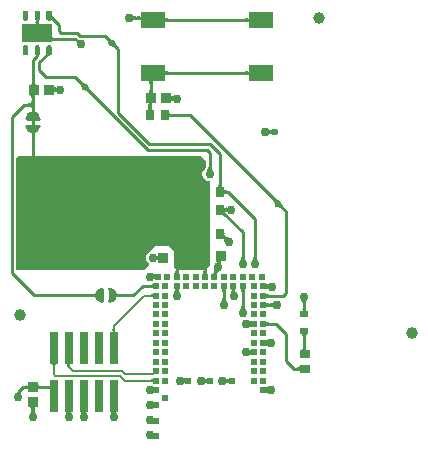
<source format=gtl>
G04*
G04 #@! TF.GenerationSoftware,Altium Limited,Altium Designer,21.3.1 (25)*
G04*
G04 Layer_Physical_Order=1*
G04 Layer_Color=255*
%FSLAX25Y25*%
%MOIN*%
G70*
G04*
G04 #@! TF.SameCoordinates,9192AE54-2D66-49C7-9B86-A226D0D4A20B*
G04*
G04*
G04 #@! TF.FilePolarity,Positive*
G04*
G01*
G75*
%ADD15R,0.02756X0.03347*%
%ADD16R,0.03347X0.03543*%
%ADD17R,0.03543X0.03347*%
%ADD18R,0.08300X0.05500*%
G04:AMPARAMS|DCode=19|XSize=10mil|YSize=10mil|CornerRadius=1.25mil|HoleSize=0mil|Usage=FLASHONLY|Rotation=180.000|XOffset=0mil|YOffset=0mil|HoleType=Round|Shape=RoundedRectangle|*
%AMROUNDEDRECTD19*
21,1,0.01000,0.00750,0,0,180.0*
21,1,0.00750,0.01000,0,0,180.0*
1,1,0.00250,-0.00375,0.00375*
1,1,0.00250,0.00375,0.00375*
1,1,0.00250,0.00375,-0.00375*
1,1,0.00250,-0.00375,-0.00375*
%
%ADD19ROUNDEDRECTD19*%
G04:AMPARAMS|DCode=20|XSize=10mil|YSize=10mil|CornerRadius=1.25mil|HoleSize=0mil|Usage=FLASHONLY|Rotation=90.000|XOffset=0mil|YOffset=0mil|HoleType=Round|Shape=RoundedRectangle|*
%AMROUNDEDRECTD20*
21,1,0.01000,0.00750,0,0,90.0*
21,1,0.00750,0.01000,0,0,90.0*
1,1,0.00250,0.00375,0.00375*
1,1,0.00250,0.00375,-0.00375*
1,1,0.00250,-0.00375,-0.00375*
1,1,0.00250,-0.00375,0.00375*
%
%ADD20ROUNDEDRECTD20*%
%ADD21R,0.02913X0.10984*%
%ADD22C,0.01595*%
%ADD23R,0.09843X0.06299*%
%ADD24R,0.03150X0.02362*%
G04:AMPARAMS|DCode=25|XSize=19.68mil|YSize=19.68mil|CornerRadius=0mil|HoleSize=0mil|Usage=FLASHONLY|Rotation=270.000|XOffset=0mil|YOffset=0mil|HoleType=Round|Shape=RoundedRectangle|*
%AMROUNDEDRECTD25*
21,1,0.01968,0.01968,0,0,270.0*
21,1,0.01968,0.01968,0,0,270.0*
1,1,0.00000,-0.00984,-0.00984*
1,1,0.00000,-0.00984,0.00984*
1,1,0.00000,0.00984,0.00984*
1,1,0.00000,0.00984,-0.00984*
%
%ADD25ROUNDEDRECTD25*%
G04:AMPARAMS|DCode=26|XSize=19.68mil|YSize=19.68mil|CornerRadius=0mil|HoleSize=0mil|Usage=FLASHONLY|Rotation=0.000|XOffset=0mil|YOffset=0mil|HoleType=Round|Shape=RoundedRectangle|*
%AMROUNDEDRECTD26*
21,1,0.01968,0.01968,0,0,0.0*
21,1,0.01968,0.01968,0,0,0.0*
1,1,0.00000,0.00984,-0.00984*
1,1,0.00000,-0.00984,-0.00984*
1,1,0.00000,-0.00984,0.00984*
1,1,0.00000,0.00984,0.00984*
%
%ADD26ROUNDEDRECTD26*%
%ADD27R,0.01968X0.01968*%
%ADD28R,0.02985X0.03197*%
%ADD29R,0.03347X0.02756*%
%ADD42C,0.01000*%
%ADD43C,0.00800*%
%ADD44C,0.02362*%
%ADD45C,0.03937*%
%ADD46C,0.03000*%
G36*
X122323Y136773D02*
X123178Y135939D01*
X122441Y135262D01*
X122314Y135385D01*
X122210Y135473D01*
X122188Y135420D01*
X121939Y135170D01*
X121613Y135036D01*
X121261D01*
X120935Y135170D01*
X120686Y135420D01*
X120551Y135745D01*
Y135921D01*
Y138382D01*
X122323D01*
Y136773D01*
D02*
G37*
G36*
X114449Y135921D02*
Y135745D01*
X114314Y135420D01*
X114065Y135170D01*
X113739Y135036D01*
X113387D01*
X113061Y135170D01*
X112812Y135420D01*
X112677Y135745D01*
Y135921D01*
X112677Y135921D01*
X112677Y138382D01*
X114449D01*
Y135921D01*
D02*
G37*
G36*
X151924Y135000D02*
X151914Y135095D01*
X151883Y135180D01*
X151833Y135255D01*
X151762Y135320D01*
X151671Y135375D01*
X151560Y135420D01*
X151428Y135455D01*
X151276Y135480D01*
X151104Y135495D01*
X150912Y135500D01*
Y136500D01*
X151104Y136505D01*
X151276Y136520D01*
X151428Y136545D01*
X151560Y136580D01*
X151671Y136625D01*
X151762Y136680D01*
X151833Y136745D01*
X151883Y136820D01*
X151914Y136905D01*
X151924Y137000D01*
Y135000D01*
D02*
G37*
G36*
X149181Y136945D02*
X149293Y136852D01*
X149409Y136769D01*
X149529Y136698D01*
X149652Y136637D01*
X149777Y136588D01*
X149907Y136549D01*
X150039Y136522D01*
X150175Y136505D01*
X150314Y136500D01*
Y135500D01*
X150175Y135494D01*
X150039Y135478D01*
X149907Y135450D01*
X149777Y135412D01*
X149652Y135363D01*
X149529Y135302D01*
X149409Y135231D01*
X149293Y135148D01*
X149181Y135055D01*
X149071Y134950D01*
Y137050D01*
X149181Y136945D01*
D02*
G37*
G36*
X187824Y134350D02*
X187814Y134445D01*
X187784Y134530D01*
X187733Y134605D01*
X187662Y134670D01*
X187571Y134725D01*
X187460Y134770D01*
X187328Y134805D01*
X187176Y134830D01*
X187004Y134845D01*
X186812Y134850D01*
Y135850D01*
X187004Y135855D01*
X187176Y135870D01*
X187328Y135895D01*
X187460Y135930D01*
X187571Y135975D01*
X187662Y136030D01*
X187733Y136095D01*
X187784Y136170D01*
X187814Y136255D01*
X187824Y136350D01*
Y134350D01*
D02*
G37*
G36*
X160198Y136255D02*
X160228Y136170D01*
X160278Y136095D01*
X160348Y136030D01*
X160438Y135975D01*
X160548Y135930D01*
X160678Y135895D01*
X160828Y135870D01*
X160998Y135855D01*
X161188Y135850D01*
Y134850D01*
X160998Y134845D01*
X160828Y134830D01*
X160678Y134805D01*
X160548Y134770D01*
X160438Y134725D01*
X160348Y134670D01*
X160278Y134605D01*
X160228Y134530D01*
X160198Y134445D01*
X160188Y134350D01*
Y136350D01*
X160198Y136255D01*
D02*
G37*
G36*
X118386Y135921D02*
Y135745D01*
X118251Y135420D01*
X118002Y135170D01*
X117923Y135138D01*
X118000D01*
X118005Y134945D01*
X118020Y134773D01*
X118045Y134622D01*
X118080Y134490D01*
X118125Y134379D01*
X118180Y134288D01*
X118245Y134217D01*
X118320Y134166D01*
X118405Y134136D01*
X118500Y134126D01*
X116500D01*
X116595Y134136D01*
X116680Y134166D01*
X116755Y134217D01*
X116820Y134288D01*
X116875Y134379D01*
X116920Y134490D01*
X116955Y134622D01*
X116980Y134773D01*
X116995Y134945D01*
X117000Y135138D01*
X117077D01*
X116998Y135170D01*
X116749Y135420D01*
X116614Y135745D01*
Y135921D01*
X116614D01*
Y138382D01*
X118386D01*
X118386Y135921D01*
D02*
G37*
G36*
X122407Y129802D02*
X122438Y129717D01*
X122488Y129642D01*
X122559Y129577D01*
X122650Y129522D01*
X122762Y129477D01*
X122893Y129442D01*
X123045Y129417D01*
X123217Y129402D01*
X123409Y129397D01*
Y128397D01*
X123217Y128392D01*
X123045Y128377D01*
X122893Y128352D01*
X122762Y128317D01*
X122650Y128272D01*
X122559Y128217D01*
X122488Y128152D01*
X122438Y128077D01*
X122407Y127992D01*
X122397Y127897D01*
Y129897D01*
X122407Y129802D01*
D02*
G37*
G36*
X141477Y129236D02*
X141593Y129137D01*
X141710Y129046D01*
X141831Y128965D01*
X141953Y128892D01*
X142077Y128829D01*
X142203Y128774D01*
X142331Y128728D01*
X142462Y128691D01*
X142594Y128663D01*
X142439Y127550D01*
X141215Y127380D01*
X141194Y127533D01*
X141165Y127681D01*
X141126Y127824D01*
X141079Y127963D01*
X141022Y128096D01*
X140957Y128225D01*
X140882Y128348D01*
X140798Y128466D01*
X140706Y128580D01*
X140604Y128689D01*
X141363Y129344D01*
X141477Y129236D01*
D02*
G37*
G36*
X143581Y127572D02*
X143618Y127441D01*
X143664Y127313D01*
X143718Y127187D01*
X143782Y127063D01*
X143854Y126941D01*
X143936Y126821D01*
X144026Y126703D01*
X144126Y126587D01*
X144234Y126473D01*
X143579Y125714D01*
X143470Y125816D01*
X143356Y125909D01*
X143238Y125992D01*
X143114Y126067D01*
X142986Y126133D01*
X142852Y126189D01*
X142714Y126237D01*
X142571Y126275D01*
X142422Y126305D01*
X142269Y126325D01*
X142439Y127550D01*
X143553Y127704D01*
X143581Y127572D01*
D02*
G37*
G36*
X121939Y126830D02*
X122188Y126580D01*
X122323Y126255D01*
Y126079D01*
X122323D01*
Y123618D01*
X120551Y123618D01*
Y126079D01*
Y126255D01*
X120686Y126580D01*
X120935Y126830D01*
X121261Y126964D01*
X121613D01*
X121939Y126830D01*
D02*
G37*
G36*
X114065D02*
X114314Y126580D01*
X114449Y126255D01*
Y126079D01*
Y123618D01*
X112677Y123618D01*
X112677Y126079D01*
Y126255D01*
X112812Y126580D01*
X113061Y126830D01*
X113387Y126964D01*
X113739D01*
X114065Y126830D01*
D02*
G37*
G36*
X118002D02*
X118251Y126580D01*
X118386Y126255D01*
Y126079D01*
Y123618D01*
X118000D01*
X118000Y123581D01*
X117000D01*
X117000Y123618D01*
X116614D01*
Y126079D01*
Y126255D01*
X116749Y126580D01*
X116998Y126830D01*
X117324Y126964D01*
X117676D01*
X118002Y126830D01*
D02*
G37*
G36*
X187824Y116650D02*
X187814Y116745D01*
X187784Y116830D01*
X187733Y116905D01*
X187662Y116970D01*
X187571Y117025D01*
X187460Y117070D01*
X187328Y117105D01*
X187176Y117130D01*
X187004Y117145D01*
X186812Y117150D01*
Y118150D01*
X187004Y118155D01*
X187176Y118170D01*
X187328Y118195D01*
X187460Y118230D01*
X187571Y118275D01*
X187662Y118330D01*
X187733Y118395D01*
X187784Y118470D01*
X187814Y118555D01*
X187824Y118650D01*
Y116650D01*
D02*
G37*
G36*
X160198Y118555D02*
X160228Y118470D01*
X160278Y118395D01*
X160348Y118330D01*
X160438Y118275D01*
X160548Y118230D01*
X160678Y118195D01*
X160828Y118170D01*
X160998Y118155D01*
X161188Y118150D01*
Y117150D01*
X160998Y117145D01*
X160828Y117130D01*
X160678Y117105D01*
X160548Y117070D01*
X160438Y117025D01*
X160348Y116970D01*
X160278Y116905D01*
X160228Y116830D01*
X160198Y116745D01*
X160188Y116650D01*
Y118650D01*
X160198Y118555D01*
D02*
G37*
G36*
X156273Y114914D02*
X156188Y114883D01*
X156113Y114833D01*
X156048Y114762D01*
X155993Y114671D01*
X155948Y114560D01*
X155913Y114428D01*
X155888Y114276D01*
X155873Y114104D01*
X155868Y113912D01*
X154868D01*
X154863Y114104D01*
X154848Y114276D01*
X154823Y114428D01*
X154788Y114560D01*
X154743Y114671D01*
X154688Y114762D01*
X154623Y114833D01*
X154548Y114883D01*
X154463Y114914D01*
X154368Y114924D01*
X156368D01*
X156273Y114914D01*
D02*
G37*
G36*
X116705Y114567D02*
X116720Y114395D01*
X116745Y114243D01*
X116780Y114112D01*
X116825Y114001D01*
X116880Y113910D01*
X116945Y113839D01*
X117020Y113788D01*
X117105Y113758D01*
X117200Y113748D01*
X115200D01*
X115295Y113758D01*
X115380Y113788D01*
X115455Y113839D01*
X115520Y113910D01*
X115575Y114001D01*
X115620Y114112D01*
X115655Y114243D01*
X115680Y114395D01*
X115695Y114567D01*
X115700Y114760D01*
X116700D01*
X116705Y114567D01*
D02*
G37*
G36*
X132318Y114687D02*
X132432Y114594D01*
X132550Y114510D01*
X132674Y114435D01*
X132802Y114369D01*
X132935Y114312D01*
X133072Y114264D01*
X133215Y114225D01*
X133362Y114195D01*
X133515Y114174D01*
X132226Y112800D01*
X132198Y112934D01*
X132162Y113065D01*
X132116Y113194D01*
X132062Y113321D01*
X131999Y113446D01*
X131926Y113568D01*
X131845Y113689D01*
X131755Y113807D01*
X131656Y113922D01*
X131548Y114036D01*
X132209Y114789D01*
X132318Y114687D01*
D02*
G37*
G36*
X123929Y112514D02*
X124028Y112505D01*
X124220Y112500D01*
Y111500D01*
X124028Y111495D01*
X123929Y111486D01*
Y110950D01*
X123819Y111055D01*
X123706Y111148D01*
X123591Y111231D01*
X123471Y111302D01*
X123399Y111337D01*
X123370Y111320D01*
X123299Y111255D01*
X123249Y111180D01*
X123218Y111095D01*
X123208Y111000D01*
Y111416D01*
X123093Y111451D01*
X122961Y111478D01*
X122825Y111495D01*
X122686Y111500D01*
Y112500D01*
X122825Y112505D01*
X122961Y112522D01*
X123093Y112549D01*
X123208Y112584D01*
Y113000D01*
X123218Y112905D01*
X123249Y112820D01*
X123299Y112745D01*
X123370Y112680D01*
X123399Y112662D01*
X123471Y112698D01*
X123591Y112769D01*
X123706Y112852D01*
X123819Y112945D01*
X123929Y113050D01*
Y112514D01*
D02*
G37*
G36*
X134585Y112973D02*
X134615Y112825D01*
X134654Y112683D01*
X134702Y112545D01*
X134759Y112412D01*
X134825Y112284D01*
X134900Y112161D01*
X134984Y112042D01*
X135077Y111928D01*
X135179Y111819D01*
X134426Y111159D01*
X134312Y111266D01*
X134196Y111365D01*
X134078Y111455D01*
X133958Y111537D01*
X133836Y111609D01*
X133711Y111672D01*
X133584Y111726D01*
X133455Y111772D01*
X133324Y111808D01*
X133190Y111836D01*
X134564Y113125D01*
X134585Y112973D01*
D02*
G37*
G36*
X155873Y111707D02*
X155888Y111535D01*
X155913Y111383D01*
X155948Y111252D01*
X155993Y111141D01*
X156048Y111050D01*
X156113Y110979D01*
X156188Y110928D01*
X156273Y110898D01*
X156368Y110888D01*
X154368D01*
X154463Y110898D01*
X154548Y110928D01*
X154623Y110979D01*
X154688Y111050D01*
X154743Y111141D01*
X154788Y111252D01*
X154823Y111383D01*
X154848Y111535D01*
X154863Y111707D01*
X154868Y111900D01*
X155868D01*
X155873Y111707D01*
D02*
G37*
G36*
X162985Y109644D02*
X163148Y109640D01*
Y108640D01*
X162955Y108635D01*
X162889Y108629D01*
X162836Y108055D01*
X162738Y108166D01*
X162636Y108265D01*
X162529Y108353D01*
X162417Y108429D01*
X162328Y108478D01*
X162298Y108460D01*
X162227Y108395D01*
X162176Y108320D01*
X162146Y108235D01*
X162136Y108140D01*
Y108560D01*
X162052Y108587D01*
X161921Y108617D01*
X161785Y108634D01*
X161644Y108640D01*
X161743Y109640D01*
X161881Y109645D01*
X162016Y109660D01*
X162136Y109683D01*
Y110140D01*
X162146Y110045D01*
X162176Y109960D01*
X162227Y109885D01*
X162298Y109820D01*
X162389Y109765D01*
X162397Y109762D01*
X162411Y109766D01*
X162539Y109822D01*
X162664Y109888D01*
X162789Y109963D01*
X162911Y110049D01*
X163031Y110145D01*
X162985Y109644D01*
D02*
G37*
G36*
X116905Y110242D02*
X116820Y110212D01*
X116745Y110161D01*
X116680Y110090D01*
X116625Y109999D01*
X116580Y109888D01*
X116545Y109757D01*
X116520Y109605D01*
X116505Y109433D01*
X116500Y109240D01*
X115500D01*
X115495Y109433D01*
X115480Y109605D01*
X115455Y109757D01*
X115420Y109888D01*
X115375Y109999D01*
X115320Y110090D01*
X115255Y110161D01*
X115180Y110212D01*
X115095Y110242D01*
X115000Y110252D01*
X117000D01*
X116905Y110242D01*
D02*
G37*
G36*
X116500Y107000D02*
X115500Y105500D01*
Y105500D01*
X115500Y105500D01*
X115490Y105690D01*
X115460Y105860D01*
X115410Y106010D01*
X115340Y106140D01*
X115250Y106250D01*
X115140Y106340D01*
X115010Y106410D01*
X114860Y106460D01*
X114690Y106490D01*
X114500Y106500D01*
Y107500D01*
X114690Y107510D01*
X114860Y107540D01*
X115010Y107590D01*
X115140Y107660D01*
X115250Y107750D01*
X115340Y107860D01*
X115410Y107990D01*
X115460Y108140D01*
X115490Y108310D01*
X115500Y108500D01*
X115500Y108500D01*
Y108500D01*
X116500Y107000D01*
D02*
G37*
G36*
X155978Y107382D02*
X155893Y107352D01*
X155818Y107301D01*
X155753Y107230D01*
X155698Y107139D01*
X155653Y107028D01*
X155618Y106896D01*
X155593Y106745D01*
X155578Y106573D01*
X155573Y106380D01*
X154573D01*
X154568Y106573D01*
X154553Y106745D01*
X154528Y106896D01*
X154493Y107028D01*
X154448Y107139D01*
X154393Y107230D01*
X154328Y107301D01*
X154253Y107352D01*
X154168Y107382D01*
X154073Y107392D01*
X156073D01*
X155978Y107382D01*
D02*
G37*
G36*
X155578Y105969D02*
X155593Y105797D01*
X155618Y105645D01*
X155653Y105514D01*
X155698Y105402D01*
X155753Y105311D01*
X155818Y105240D01*
X155893Y105190D01*
X155978Y105159D01*
X156073Y105149D01*
X154073D01*
X154168Y105159D01*
X154253Y105190D01*
X154328Y105240D01*
X154393Y105311D01*
X154448Y105402D01*
X154493Y105514D01*
X154528Y105645D01*
X154553Y105797D01*
X154568Y105969D01*
X154573Y106161D01*
X155573D01*
X155578Y105969D01*
D02*
G37*
G36*
X161370Y104405D02*
X161400Y104320D01*
X161450Y104245D01*
X161520Y104180D01*
X161610Y104125D01*
X161720Y104080D01*
X161850Y104045D01*
X162000Y104020D01*
X162170Y104005D01*
X162360Y104000D01*
Y103000D01*
X162170Y102995D01*
X162000Y102980D01*
X161850Y102955D01*
X161720Y102920D01*
X161610Y102875D01*
X161520Y102820D01*
X161450Y102755D01*
X161400Y102680D01*
X161370Y102595D01*
X161360Y102500D01*
Y104500D01*
X161370Y104405D01*
D02*
G37*
G36*
X117019Y104390D02*
X118019Y103390D01*
Y102390D01*
X113769D01*
X115269Y104390D01*
X117019Y104390D01*
D02*
G37*
G36*
X118019Y98890D02*
X117019Y97890D01*
X115269Y97890D01*
X113769Y99890D01*
X118019D01*
Y98890D01*
D02*
G37*
G36*
X194681Y98945D02*
X194793Y98852D01*
X194910Y98769D01*
X195029Y98698D01*
X195151Y98637D01*
X195278Y98588D01*
X195366Y98562D01*
X195408Y98571D01*
X195546Y98611D01*
X195679Y98659D01*
X195810Y98717D01*
X195936Y98783D01*
X196059Y98858D01*
X196177Y98942D01*
Y97058D01*
X196059Y97142D01*
X195936Y97217D01*
X195810Y97283D01*
X195679Y97341D01*
X195546Y97390D01*
X195408Y97429D01*
X195366Y97438D01*
X195278Y97412D01*
X195151Y97363D01*
X195029Y97302D01*
X194910Y97230D01*
X194793Y97148D01*
X194681Y97054D01*
X194571Y96950D01*
Y99050D01*
X194681Y98945D01*
D02*
G37*
G36*
X175445Y86085D02*
X175462Y85949D01*
X175489Y85817D01*
X175528Y85688D01*
X175577Y85562D01*
X175638Y85439D01*
X175709Y85320D01*
X175792Y85203D01*
X175885Y85091D01*
X175990Y84981D01*
X173890D01*
X173995Y85091D01*
X174088Y85203D01*
X174170Y85320D01*
X174242Y85439D01*
X174302Y85562D01*
X174352Y85688D01*
X174390Y85817D01*
X174418Y85949D01*
X174434Y86085D01*
X174440Y86224D01*
X175440D01*
X175445Y86085D01*
D02*
G37*
G36*
X178966Y80469D02*
X178981Y80297D01*
X179006Y80145D01*
X179041Y80014D01*
X179086Y79902D01*
X179141Y79811D01*
X179206Y79740D01*
X179281Y79690D01*
X179366Y79659D01*
X179461Y79649D01*
X177461D01*
X177556Y79659D01*
X177641Y79690D01*
X177716Y79740D01*
X177781Y79811D01*
X177836Y79902D01*
X177881Y80014D01*
X177916Y80145D01*
X177941Y80297D01*
X177956Y80469D01*
X177961Y80661D01*
X178961D01*
X178966Y80469D01*
D02*
G37*
G36*
X179825Y78905D02*
X179855Y78820D01*
X179906Y78745D01*
X179976Y78680D01*
X180068Y78625D01*
X180179Y78580D01*
X180310Y78545D01*
X180462Y78520D01*
X180634Y78505D01*
X180827Y78500D01*
Y77500D01*
X180634Y77495D01*
X180462Y77480D01*
X180310Y77455D01*
X180179Y77420D01*
X180068Y77375D01*
X179976Y77320D01*
X179906Y77255D01*
X179855Y77180D01*
X179825Y77095D01*
X179815Y77000D01*
Y79000D01*
X179825Y78905D01*
D02*
G37*
G36*
X196977Y75736D02*
X197211Y75546D01*
X197330Y75465D01*
X197453Y75392D01*
X197577Y75328D01*
X197703Y75274D01*
X197831Y75228D01*
X197961Y75191D01*
X198094Y75163D01*
X196715Y73879D01*
X196694Y74033D01*
X196665Y74181D01*
X196626Y74324D01*
X196579Y74463D01*
X196522Y74596D01*
X196457Y74725D01*
X196382Y74848D01*
X196299Y74967D01*
X196206Y75080D01*
X196104Y75189D01*
X196863Y75844D01*
X196977Y75736D01*
D02*
G37*
G36*
X180929Y70950D02*
X180819Y71055D01*
X180707Y71148D01*
X180590Y71231D01*
X180471Y71302D01*
X180349Y71363D01*
X180222Y71412D01*
X180188Y71422D01*
X180179Y71420D01*
X180068Y71375D01*
X179976Y71320D01*
X179963Y71307D01*
X180052Y71179D01*
X180187Y71008D01*
X180348Y70827D01*
X180534Y70634D01*
X180122Y69632D01*
X179903Y69844D01*
X179516Y70175D01*
X179349Y70294D01*
X179198Y70381D01*
X179066Y70438D01*
X178950Y70463D01*
X178852Y70457D01*
X178771Y70419D01*
X178708Y70351D01*
X179686Y71851D01*
Y72500D01*
X179815Y72505D01*
Y73000D01*
X179825Y72905D01*
X179855Y72820D01*
X179906Y72745D01*
X179976Y72680D01*
X180068Y72625D01*
X180179Y72580D01*
X180188Y72578D01*
X180222Y72588D01*
X180349Y72637D01*
X180471Y72698D01*
X180590Y72769D01*
X180707Y72852D01*
X180819Y72945D01*
X180929Y73050D01*
Y70950D01*
D02*
G37*
G36*
X199084Y74019D02*
X199118Y73879D01*
X199160Y73743D01*
X199212Y73610D01*
X199272Y73481D01*
X199341Y73356D01*
X199419Y73234D01*
X199506Y73116D01*
X199602Y73001D01*
X199707Y72890D01*
X199000Y72183D01*
X198889Y72288D01*
X198774Y72383D01*
X198656Y72471D01*
X198534Y72549D01*
X198408Y72618D01*
X198279Y72678D01*
X198147Y72729D01*
X198011Y72772D01*
X197871Y72806D01*
X197727Y72830D01*
X199060Y74162D01*
X199084Y74019D01*
D02*
G37*
G36*
X179899Y64121D02*
X179885Y64017D01*
X179896Y63902D01*
X179931Y63776D01*
X179991Y63640D01*
X180075Y63493D01*
X180184Y63336D01*
X180317Y63168D01*
X180320Y63165D01*
X180337Y63151D01*
X180450Y63077D01*
X180569Y63013D01*
X180693Y62959D01*
X180823Y62915D01*
X180957Y62881D01*
X181098Y62857D01*
X181244Y62843D01*
X181395Y62840D01*
X180368Y61813D01*
X180337Y61706D01*
X180298Y61743D01*
X179910Y61355D01*
X179907Y61506D01*
X179893Y61652D01*
X179869Y61793D01*
X179835Y61927D01*
X179791Y62057D01*
X179737Y62181D01*
X179679Y62289D01*
X179552Y62379D01*
X179402Y62467D01*
X179269Y62523D01*
X179155Y62547D01*
X179060Y62538D01*
X178982Y62498D01*
X178922Y62425D01*
X179937Y64215D01*
X179899Y64121D01*
D02*
G37*
G36*
X157912Y56502D02*
X157985Y56500D01*
Y55500D01*
X157912Y55500D01*
Y55000D01*
X157902Y55095D01*
X157871Y55180D01*
X157821Y55255D01*
X157750Y55320D01*
X157659Y55375D01*
X157547Y55420D01*
X157416Y55455D01*
X157400Y55447D01*
X157389Y55434D01*
Y55459D01*
X157264Y55480D01*
X157092Y55495D01*
X156900Y55500D01*
Y56500D01*
X157092Y56505D01*
X157264Y56520D01*
X157389Y56541D01*
Y56566D01*
X157400Y56553D01*
X157416Y56545D01*
X157547Y56580D01*
X157659Y56625D01*
X157750Y56680D01*
X157821Y56745D01*
X157871Y56820D01*
X157902Y56905D01*
X157912Y57000D01*
Y56502D01*
D02*
G37*
G36*
X190506Y56175D02*
X190522Y56039D01*
X190550Y55907D01*
X190588Y55778D01*
X190638Y55651D01*
X190698Y55529D01*
X190770Y55409D01*
X190852Y55293D01*
X190945Y55181D01*
X191050Y55071D01*
X188950D01*
X189055Y55181D01*
X189148Y55293D01*
X189231Y55409D01*
X189302Y55529D01*
X189363Y55651D01*
X189412Y55778D01*
X189451Y55907D01*
X189478Y56039D01*
X189495Y56175D01*
X189500Y56314D01*
X190500D01*
X190506Y56175D01*
D02*
G37*
G36*
X186473Y56186D02*
X186489Y56050D01*
X186517Y55918D01*
X186556Y55789D01*
X186607Y55664D01*
X186668Y55543D01*
X186741Y55425D01*
X186825Y55311D01*
X186920Y55201D01*
X187026Y55094D01*
X184927Y55048D01*
X185029Y55160D01*
X185121Y55275D01*
X185202Y55393D01*
X185273Y55514D01*
X185332Y55638D01*
X185381Y55765D01*
X185418Y55895D01*
X185445Y56028D01*
X185462Y56163D01*
X185467Y56302D01*
X186467Y56326D01*
X186473Y56186D01*
D02*
G37*
G36*
X178520Y55082D02*
X178525Y54946D01*
X178540Y54810D01*
X178542Y54802D01*
X179020D01*
X178925Y54792D01*
X178840Y54762D01*
X178765Y54711D01*
X178700Y54640D01*
X178645Y54549D01*
X178620Y54487D01*
X178645Y54415D01*
X178700Y54286D01*
X178764Y54159D01*
X178839Y54034D01*
X178924Y53911D01*
X179019Y53789D01*
X178521Y53842D01*
X178520Y53790D01*
X177520D01*
X177516Y53949D01*
X176931Y54011D01*
X177043Y54107D01*
X177143Y54207D01*
X177231Y54313D01*
X177308Y54424D01*
X177373Y54540D01*
X177384Y54567D01*
X177340Y54640D01*
X177275Y54711D01*
X177200Y54762D01*
X177115Y54792D01*
X177020Y54802D01*
X177470D01*
X177496Y54918D01*
X177514Y55054D01*
X177520Y55195D01*
X178520Y55082D01*
D02*
G37*
G36*
X173615Y88385D02*
Y86099D01*
X173612Y86081D01*
X173599Y86016D01*
X173580Y85954D01*
X173556Y85892D01*
X173525Y85830D01*
X173487Y85766D01*
X173441Y85701D01*
X173392Y85642D01*
X173282Y85568D01*
X172774Y84807D01*
X172595Y83910D01*
X172774Y83013D01*
X173282Y82252D01*
X174043Y81743D01*
X174940Y81565D01*
X175024Y81496D01*
X175024Y64642D01*
Y53599D01*
X173425Y52000D01*
X164000D01*
X162976Y53024D01*
Y58245D01*
X161221Y60000D01*
X157000D01*
X155182Y58182D01*
X155103Y58166D01*
X154342Y57658D01*
X153833Y56897D01*
X153655Y56000D01*
X153833Y55103D01*
X154342Y54342D01*
X154651Y54135D01*
X154713Y53492D01*
X153220Y52000D01*
X110326Y52000D01*
Y89325D01*
X111000Y90000D01*
X172000Y90000D01*
X173615Y88385D01*
D02*
G37*
G36*
X177874Y51335D02*
X177804Y51328D01*
X177729Y51310D01*
X177648Y51279D01*
X177563Y51236D01*
X177471Y51181D01*
X177375Y51115D01*
X177273Y51036D01*
X177052Y50842D01*
X176934Y50727D01*
X176221Y51428D01*
X176303Y51515D01*
X176373Y51599D01*
X176431Y51682D01*
X176477Y51761D01*
X176512Y51839D01*
X176534Y51914D01*
X176545Y51987D01*
X176544Y52058D01*
X176531Y52127D01*
X176506Y52193D01*
X177874Y51335D01*
D02*
G37*
G36*
X173930Y51507D02*
X173944Y51337D01*
X173968Y51187D01*
X174001Y51057D01*
X174043Y50947D01*
X174095Y50857D01*
X174157Y50787D01*
X174227Y50737D01*
X174308Y50707D01*
X174398Y50697D01*
X172453D01*
X172543Y50707D01*
X172623Y50737D01*
X172694Y50787D01*
X172755Y50857D01*
X172807Y50947D01*
X172850Y51057D01*
X172883Y51187D01*
X172906Y51337D01*
X172921Y51507D01*
X172925Y51697D01*
X173925D01*
X173930Y51507D01*
D02*
G37*
G36*
X164481Y51507D02*
X164495Y51337D01*
X164519Y51187D01*
X164552Y51057D01*
X164594Y50947D01*
X164646Y50857D01*
X164708Y50787D01*
X164779Y50737D01*
X164859Y50707D01*
X164949Y50697D01*
X163004D01*
X163094Y50707D01*
X163174Y50737D01*
X163245Y50787D01*
X163306Y50857D01*
X163358Y50947D01*
X163401Y51057D01*
X163434Y51187D01*
X163458Y51337D01*
X163472Y51507D01*
X163476Y51697D01*
X164476D01*
X164481Y51507D01*
D02*
G37*
G36*
X156181Y50670D02*
X156293Y50577D01*
X156410Y50494D01*
X156529Y50423D01*
X156560Y50408D01*
X156615Y50456D01*
X156665Y50527D01*
X156695Y50607D01*
X156705Y50697D01*
Y50341D01*
X156778Y50313D01*
X156907Y50274D01*
X157039Y50247D01*
X157175Y50230D01*
X157314Y50225D01*
Y49225D01*
X157175Y49219D01*
X157039Y49203D01*
X156907Y49175D01*
X156778Y49137D01*
X156705Y49108D01*
Y48753D01*
X156695Y48842D01*
X156665Y48923D01*
X156615Y48993D01*
X156560Y49042D01*
X156529Y49027D01*
X156410Y48955D01*
X156293Y48873D01*
X156181Y48779D01*
X156071Y48675D01*
Y49205D01*
X156065Y49206D01*
X155895Y49220D01*
X155705Y49225D01*
Y50225D01*
X155895Y50230D01*
X156065Y50244D01*
X156071Y50245D01*
Y50775D01*
X156181Y50670D01*
D02*
G37*
G36*
X156114Y45603D02*
X156104Y45693D01*
X156074Y45773D01*
X156024Y45844D01*
X155954Y45905D01*
X155864Y45957D01*
X155754Y46000D01*
X155624Y46033D01*
X155474Y46056D01*
X155304Y46071D01*
X155114Y46075D01*
Y47075D01*
X155304Y47080D01*
X155474Y47094D01*
X155624Y47118D01*
X155754Y47151D01*
X155864Y47193D01*
X155954Y47245D01*
X156024Y47307D01*
X156074Y47377D01*
X156104Y47458D01*
X156114Y47547D01*
Y45603D01*
D02*
G37*
G36*
X193884Y47307D02*
X193915Y47222D01*
X193966Y47147D01*
X194037Y47082D01*
X194128Y47027D01*
X194133Y47025D01*
X194261Y47078D01*
X194389Y47142D01*
X194515Y47216D01*
X194640Y47299D01*
X194763Y47392D01*
X194704Y46907D01*
X194886Y46902D01*
Y45902D01*
X194696Y45899D01*
X194581Y45890D01*
X194510Y45308D01*
X194416Y45421D01*
X194317Y45522D01*
X194213Y45611D01*
X194103Y45688D01*
X193988Y45753D01*
X193979Y45757D01*
X193976Y45755D01*
X193926Y45711D01*
X193896Y45660D01*
X193886Y45603D01*
X193884Y45799D01*
X193868Y45807D01*
X193742Y45848D01*
X193612Y45878D01*
X193476Y45896D01*
X193334Y45902D01*
X193464Y46902D01*
X193600Y46907D01*
X193735Y46922D01*
X193869Y46946D01*
X193877Y46948D01*
X193874Y47402D01*
X193884Y47307D01*
D02*
G37*
G36*
X186906Y45593D02*
X186826Y45563D01*
X186755Y45513D01*
X186694Y45443D01*
X186642Y45353D01*
X186599Y45243D01*
X186566Y45113D01*
X186542Y44963D01*
X186528Y44793D01*
X186524Y44603D01*
X185524D01*
X185519Y44793D01*
X185505Y44963D01*
X185481Y45113D01*
X185448Y45243D01*
X185406Y45353D01*
X185354Y45443D01*
X185292Y45513D01*
X185221Y45563D01*
X185141Y45593D01*
X185051Y45603D01*
X186996D01*
X186906Y45593D01*
D02*
G37*
G36*
X180607D02*
X180527Y45563D01*
X180456Y45513D01*
X180394Y45443D01*
X180342Y45353D01*
X180300Y45243D01*
X180267Y45113D01*
X180243Y44963D01*
X180229Y44793D01*
X180224Y44603D01*
X179224D01*
X179220Y44793D01*
X179206Y44963D01*
X179182Y45113D01*
X179149Y45243D01*
X179106Y45353D01*
X179054Y45443D01*
X178993Y45513D01*
X178922Y45563D01*
X178842Y45593D01*
X178752Y45603D01*
X180697D01*
X180607Y45593D01*
D02*
G37*
G36*
X164482Y45605D02*
X164482Y45603D01*
X164949D01*
X164859Y45593D01*
X164779Y45563D01*
X164708Y45513D01*
X164646Y45443D01*
X164594Y45353D01*
X164553Y45247D01*
X164565Y45208D01*
X164615Y45083D01*
X164676Y44960D01*
X164748Y44842D01*
X164831Y44727D01*
X164925Y44615D01*
X165030Y44506D01*
X162930Y44487D01*
X163034Y44598D01*
X163127Y44711D01*
X163209Y44828D01*
X163280Y44948D01*
X163340Y45072D01*
X163389Y45198D01*
X163401Y45240D01*
X163401Y45243D01*
X163358Y45353D01*
X163306Y45443D01*
X163245Y45513D01*
X163174Y45563D01*
X163094Y45593D01*
X163004Y45603D01*
X163471D01*
X163476Y45735D01*
X164476Y45745D01*
X164482Y45605D01*
D02*
G37*
G36*
X183757Y45593D02*
X183676Y45563D01*
X183605Y45513D01*
X183544Y45443D01*
X183492Y45353D01*
X183450Y45243D01*
X183430Y45166D01*
X183469Y45048D01*
X183522Y44927D01*
X183587Y44812D01*
X183664Y44701D01*
X183752Y44596D01*
X183853Y44496D01*
X183965Y44400D01*
X181878Y44169D01*
X181972Y44291D01*
X182056Y44415D01*
X182131Y44541D01*
X182195Y44668D01*
X182250Y44797D01*
X182295Y44927D01*
X182329Y45059D01*
X182335Y45090D01*
X182332Y45113D01*
X182299Y45243D01*
X182256Y45353D01*
X182204Y45443D01*
X182143Y45513D01*
X182072Y45563D01*
X181992Y45593D01*
X181902Y45603D01*
X183846D01*
X183757Y45593D01*
D02*
G37*
G36*
X156126Y42626D02*
X156118Y42702D01*
X156094Y42770D01*
X156053Y42830D01*
X155997Y42882D01*
X155923Y42926D01*
X155834Y42962D01*
X155728Y42990D01*
X155607Y43010D01*
X155469Y43022D01*
X155314Y43026D01*
Y43826D01*
X155469Y43830D01*
X155607Y43842D01*
X155728Y43862D01*
X155834Y43890D01*
X155923Y43926D01*
X155997Y43970D01*
X156053Y44022D01*
X156094Y44082D01*
X156118Y44150D01*
X156126Y44226D01*
Y42626D01*
D02*
G37*
G36*
X193884Y44225D02*
X193915Y44140D01*
X193966Y44065D01*
X194037Y44000D01*
X194128Y43945D01*
X194239Y43900D01*
X194371Y43865D01*
X194522Y43840D01*
X194694Y43825D01*
X194886Y43820D01*
Y42820D01*
X194696Y42816D01*
X194376Y42787D01*
X194246Y42761D01*
X194136Y42728D01*
X194046Y42688D01*
X193976Y42640D01*
X193926Y42585D01*
X193896Y42523D01*
X193886Y42453D01*
X193874Y44320D01*
X193884Y44225D01*
D02*
G37*
G36*
X180230Y42603D02*
X180247Y42468D01*
X180275Y42335D01*
X180314Y42207D01*
X180364Y42081D01*
X180425Y41960D01*
X180497Y41842D01*
X180581Y41727D01*
X180676Y41616D01*
X180782Y41509D01*
X178682Y41473D01*
X178785Y41585D01*
X178877Y41699D01*
X178959Y41817D01*
X179029Y41938D01*
X179089Y42061D01*
X179138Y42188D01*
X179176Y42318D01*
X179203Y42450D01*
X179219Y42586D01*
X179224Y42725D01*
X180224Y42743D01*
X180230Y42603D01*
D02*
G37*
G36*
X143610Y44500D02*
Y44146D01*
X143787Y43969D01*
X143610Y43792D01*
X143610Y42750D01*
X141610Y41250D01*
Y45500D01*
X142610D01*
X143610Y44500D01*
D02*
G37*
G36*
X139110Y41250D02*
X137110Y42750D01*
X137110Y44500D01*
X138110Y45500D01*
X139110D01*
Y41250D01*
D02*
G37*
G36*
X207446Y41819D02*
X207352Y41706D01*
X207270Y41590D01*
X207198Y41471D01*
X207137Y41348D01*
X207088Y41223D01*
X207049Y41093D01*
X207022Y40961D01*
X207006Y40825D01*
X207000Y40686D01*
X206000D01*
X205995Y40825D01*
X205978Y40961D01*
X205950Y41093D01*
X205912Y41223D01*
X205862Y41348D01*
X205802Y41471D01*
X205731Y41590D01*
X205648Y41706D01*
X205555Y41819D01*
X205450Y41929D01*
X207550D01*
X207446Y41819D01*
D02*
G37*
G36*
X193896Y41159D02*
X193926Y41078D01*
X193976Y41007D01*
X194046Y40946D01*
X194136Y40894D01*
X194246Y40852D01*
X194376Y40819D01*
X194526Y40795D01*
X194696Y40781D01*
X194886Y40776D01*
Y39776D01*
X194696Y39771D01*
X194526Y39757D01*
X194376Y39733D01*
X194246Y39700D01*
X194136Y39658D01*
X194046Y39606D01*
X193976Y39545D01*
X193926Y39474D01*
X193896Y39393D01*
X193886Y39304D01*
Y41248D01*
X193896Y41159D01*
D02*
G37*
G36*
X196343Y39226D02*
X196233Y39331D01*
X196121Y39424D01*
X196005Y39507D01*
X195885Y39578D01*
X195763Y39639D01*
X195637Y39688D01*
X195508Y39726D01*
X195375Y39754D01*
X195239Y39770D01*
X195100Y39776D01*
Y40776D01*
X195239Y40782D01*
X195375Y40798D01*
X195508Y40826D01*
X195637Y40864D01*
X195763Y40914D01*
X195885Y40974D01*
X196005Y41045D01*
X196121Y41128D01*
X196233Y41221D01*
X196343Y41326D01*
Y39226D01*
D02*
G37*
G36*
X186529Y39767D02*
X186546Y39631D01*
X186574Y39499D01*
X186613Y39370D01*
X186664Y39245D01*
X186725Y39124D01*
X186798Y39007D01*
X186882Y38893D01*
X186977Y38783D01*
X187084Y38676D01*
X184984Y38625D01*
X185087Y38738D01*
X185178Y38853D01*
X185259Y38971D01*
X185329Y39093D01*
X185389Y39217D01*
X185437Y39344D01*
X185475Y39474D01*
X185502Y39606D01*
X185518Y39742D01*
X185524Y39881D01*
X186524Y39906D01*
X186529Y39767D01*
D02*
G37*
G36*
X207005Y39331D02*
X207020Y39159D01*
X207045Y39007D01*
X207080Y38876D01*
X207125Y38764D01*
X207180Y38673D01*
X207245Y38603D01*
X207320Y38552D01*
X207405Y38522D01*
X207500Y38511D01*
X205500D01*
X205595Y38522D01*
X205680Y38552D01*
X205755Y38603D01*
X205820Y38673D01*
X205875Y38764D01*
X205920Y38876D01*
X205955Y39007D01*
X205980Y39159D01*
X205995Y39331D01*
X206000Y39523D01*
X207000D01*
X207005Y39331D01*
D02*
G37*
G36*
X193896Y34859D02*
X193926Y34779D01*
X193976Y34708D01*
X194046Y34647D01*
X194136Y34595D01*
X194246Y34552D01*
X194376Y34519D01*
X194526Y34496D01*
X194696Y34481D01*
X194886Y34477D01*
Y33477D01*
X194696Y33472D01*
X194526Y33458D01*
X194376Y33434D01*
X194246Y33401D01*
X194136Y33359D01*
X194046Y33307D01*
X193976Y33245D01*
X193926Y33174D01*
X193896Y33094D01*
X193886Y33005D01*
Y34949D01*
X193896Y34859D01*
D02*
G37*
G36*
X188189Y34922D02*
X188301Y34829D01*
X188417Y34746D01*
X188537Y34675D01*
X188614Y34637D01*
X188631Y34647D01*
X188701Y34708D01*
X188751Y34779D01*
X188781Y34859D01*
X188792Y34949D01*
Y34563D01*
X188915Y34526D01*
X189047Y34499D01*
X189183Y34482D01*
X189322Y34477D01*
Y33477D01*
X189183Y33471D01*
X189047Y33455D01*
X188915Y33427D01*
X188792Y33391D01*
Y33005D01*
X188781Y33094D01*
X188751Y33174D01*
X188701Y33245D01*
X188631Y33307D01*
X188614Y33317D01*
X188537Y33279D01*
X188417Y33207D01*
X188301Y33125D01*
X188189Y33031D01*
X188079Y32927D01*
Y33464D01*
X187981Y33472D01*
X187792Y33477D01*
Y34477D01*
X187981Y34481D01*
X188079Y34490D01*
Y35027D01*
X188189Y34922D01*
D02*
G37*
G36*
X143404Y32138D02*
X143416Y32000D01*
X143436Y31878D01*
X143464Y31772D01*
X143500Y31683D01*
X143544Y31610D01*
X143596Y31553D01*
X143656Y31512D01*
X143724Y31488D01*
X143800Y31480D01*
X142200D01*
X142276Y31488D01*
X142344Y31512D01*
X142404Y31553D01*
X142456Y31610D01*
X142500Y31683D01*
X142536Y31772D01*
X142564Y31878D01*
X142584Y32000D01*
X142596Y32138D01*
X142600Y32292D01*
X143400D01*
X143404Y32138D01*
D02*
G37*
G36*
X207405Y30478D02*
X207320Y30448D01*
X207245Y30397D01*
X207180Y30327D01*
X207125Y30236D01*
X207080Y30124D01*
X207045Y29993D01*
X207020Y29841D01*
X207005Y29669D01*
X207000Y29477D01*
X206000D01*
X205995Y29669D01*
X205980Y29841D01*
X205955Y29993D01*
X205920Y30124D01*
X205875Y30236D01*
X205820Y30327D01*
X205755Y30397D01*
X205680Y30448D01*
X205595Y30478D01*
X205500Y30489D01*
X207500D01*
X207405Y30478D01*
D02*
G37*
G36*
X194448Y28209D02*
X194526Y28196D01*
X194696Y28182D01*
X194886Y28178D01*
Y27178D01*
X194696Y27173D01*
X194526Y27159D01*
X194448Y27146D01*
Y26628D01*
X194338Y26732D01*
X194226Y26825D01*
X194109Y26908D01*
X194004Y26971D01*
X193976Y26946D01*
X193926Y26875D01*
X193896Y26795D01*
X193886Y26705D01*
Y27031D01*
X193868Y27040D01*
X193742Y27090D01*
X193612Y27128D01*
X193480Y27156D01*
X193344Y27172D01*
X193205Y27178D01*
X193205Y28178D01*
X193344Y28183D01*
X193480Y28199D01*
X193612Y28227D01*
X193742Y28266D01*
X193867Y28315D01*
X193886Y28324D01*
Y28650D01*
X193896Y28560D01*
X193926Y28480D01*
X193976Y28409D01*
X194004Y28384D01*
X194109Y28447D01*
X194226Y28530D01*
X194338Y28623D01*
X194448Y28728D01*
Y28209D01*
D02*
G37*
G36*
X207005Y26134D02*
X207020Y25962D01*
X207045Y25811D01*
X207080Y25679D01*
X207125Y25568D01*
X207180Y25477D01*
X207245Y25406D01*
X207320Y25355D01*
X207405Y25325D01*
X207500Y25315D01*
X205500D01*
X205595Y25325D01*
X205680Y25355D01*
X205755Y25406D01*
X205820Y25477D01*
X205875Y25568D01*
X205920Y25679D01*
X205955Y25811D01*
X205980Y25962D01*
X205995Y26134D01*
X206000Y26327D01*
X207000D01*
X207005Y26134D01*
D02*
G37*
G36*
X188181Y25473D02*
X188294Y25380D01*
X188409Y25297D01*
X188529Y25226D01*
X188610Y25186D01*
X188631Y25198D01*
X188701Y25259D01*
X188751Y25330D01*
X188781Y25411D01*
X188792Y25500D01*
Y25112D01*
X188907Y25077D01*
X189039Y25050D01*
X189175Y25033D01*
X189314Y25028D01*
Y24028D01*
X189175Y24023D01*
X189039Y24006D01*
X188907Y23979D01*
X188792Y23944D01*
Y23556D01*
X188781Y23645D01*
X188751Y23726D01*
X188701Y23797D01*
X188631Y23858D01*
X188610Y23870D01*
X188529Y23830D01*
X188409Y23758D01*
X188294Y23676D01*
X188181Y23583D01*
X188071Y23478D01*
Y24016D01*
X187981Y24023D01*
X187792Y24028D01*
Y25028D01*
X187981Y25033D01*
X188071Y25040D01*
Y25578D01*
X188181Y25473D01*
D02*
G37*
G36*
X128724Y20524D02*
X128656Y20500D01*
X128596Y20460D01*
X128544Y20404D01*
X128500Y20332D01*
X128464Y20244D01*
X128436Y20140D01*
X128416Y20020D01*
X128404Y19884D01*
X128400Y19732D01*
X127600D01*
X127596Y19884D01*
X127584Y20020D01*
X127564Y20140D01*
X127536Y20244D01*
X127500Y20332D01*
X127456Y20404D01*
X127404Y20460D01*
X127344Y20500D01*
X127276Y20524D01*
X127200Y20532D01*
X128800D01*
X128724Y20524D01*
D02*
G37*
G36*
X123815D02*
X123747Y20500D01*
X123687Y20460D01*
X123635Y20404D01*
X123591Y20332D01*
X123555Y20244D01*
X123527Y20140D01*
X123507Y20020D01*
X123495Y19884D01*
X123491Y19732D01*
X122691D01*
X122687Y19884D01*
X122675Y20020D01*
X122655Y20140D01*
X122627Y20244D01*
X122591Y20332D01*
X122547Y20404D01*
X122495Y20460D01*
X122435Y20500D01*
X122367Y20524D01*
X122291Y20532D01*
X123891D01*
X123815Y20524D01*
D02*
G37*
G36*
X204961Y18039D02*
X204951Y18134D01*
X204921Y18219D01*
X204870Y18294D01*
X204799Y18359D01*
X204708Y18414D01*
X204597Y18459D01*
X204465Y18494D01*
X204313Y18519D01*
X204141Y18534D01*
X203949Y18539D01*
Y19539D01*
X204141Y19544D01*
X204313Y19559D01*
X204465Y19584D01*
X204597Y19619D01*
X204708Y19664D01*
X204799Y19719D01*
X204870Y19784D01*
X204921Y19859D01*
X204951Y19944D01*
X204961Y20039D01*
Y18039D01*
D02*
G37*
G36*
X156114Y17256D02*
X155314Y16863D01*
Y17663D01*
X155468Y17667D01*
X155605Y17679D01*
X155726Y17699D01*
X155831Y17727D01*
X155920Y17763D01*
X155994Y17807D01*
X156051Y17859D01*
X156092Y17919D01*
X156117Y17987D01*
X156126Y18063D01*
X156114Y17256D01*
D02*
G37*
G36*
X156126Y14279D02*
X156118Y14355D01*
X156094Y14423D01*
X156053Y14483D01*
X155997Y14535D01*
X155923Y14579D01*
X155834Y14615D01*
X155728Y14643D01*
X155607Y14663D01*
X155469Y14675D01*
X155314Y14679D01*
Y15479D01*
X155469Y15483D01*
X155607Y15495D01*
X155728Y15515D01*
X155834Y15543D01*
X155923Y15579D01*
X155997Y15623D01*
X156053Y15675D01*
X156094Y15735D01*
X156118Y15803D01*
X156126Y15879D01*
Y14279D01*
D02*
G37*
G36*
X180181Y15946D02*
X180294Y15852D01*
X180410Y15769D01*
X180529Y15698D01*
X180651Y15638D01*
X180778Y15588D01*
X180907Y15550D01*
X180923Y15546D01*
X181050Y15580D01*
X181160Y15625D01*
X181250Y15680D01*
X181320Y15745D01*
X181370Y15820D01*
X181400Y15905D01*
X181410Y16000D01*
Y14107D01*
X181400Y14182D01*
X181370Y14248D01*
X181320Y14307D01*
X181250Y14358D01*
X181160Y14402D01*
X181050Y14437D01*
X180947Y14459D01*
X180907Y14450D01*
X180778Y14412D01*
X180651Y14363D01*
X180529Y14302D01*
X180410Y14231D01*
X180294Y14148D01*
X180181Y14054D01*
X180071Y13950D01*
Y16050D01*
X180181Y15946D01*
D02*
G37*
G36*
X173181D02*
X173293Y15852D01*
X173409Y15769D01*
X173529Y15698D01*
X173652Y15638D01*
X173732Y15606D01*
X173778Y15625D01*
X173868Y15680D01*
X173938Y15745D01*
X173988Y15820D01*
X174018Y15905D01*
X174028Y16000D01*
Y15524D01*
X174039Y15522D01*
X174175Y15506D01*
X174314Y15500D01*
Y14500D01*
X174175Y14494D01*
X174039Y14478D01*
X174028Y14476D01*
Y14107D01*
X174018Y14182D01*
X173988Y14248D01*
X173938Y14307D01*
X173868Y14358D01*
X173778Y14402D01*
X173763Y14406D01*
X173652Y14363D01*
X173529Y14302D01*
X173409Y14231D01*
X173293Y14148D01*
X173181Y14054D01*
X173071Y13950D01*
Y14499D01*
X173028Y14500D01*
Y15500D01*
X173071Y15501D01*
Y16050D01*
X173181Y15946D01*
D02*
G37*
G36*
X166156Y15976D02*
X166271Y15884D01*
X166390Y15803D01*
X166505Y15737D01*
X166556Y15785D01*
X166606Y15860D01*
X166636Y15945D01*
X166646Y16040D01*
Y15670D01*
X166762Y15626D01*
X166892Y15588D01*
X167025Y15561D01*
X167161Y15545D01*
X167300Y15540D01*
X167328Y14540D01*
X167188Y14534D01*
X167052Y14517D01*
X166920Y14489D01*
X166791Y14450D01*
X166667Y14399D01*
X166646Y14389D01*
Y14107D01*
X166636Y14189D01*
X166606Y14263D01*
X166556Y14327D01*
X166544Y14337D01*
X166428Y14265D01*
X166315Y14181D01*
X166205Y14085D01*
X166098Y13979D01*
X166085Y14511D01*
X166006Y14522D01*
X165836Y14535D01*
X165646Y14540D01*
Y15540D01*
X165836Y15545D01*
X166006Y15560D01*
X166057Y15568D01*
X166043Y16078D01*
X166156Y15976D01*
D02*
G37*
G36*
X194444Y12471D02*
X194526Y12458D01*
X194696Y12444D01*
X194886Y12440D01*
Y11440D01*
X194696Y11435D01*
X194526Y11421D01*
X194451Y11408D01*
X194455Y10893D01*
X194345Y10997D01*
X194231Y11090D01*
X194114Y11172D01*
X194010Y11234D01*
X193976Y11203D01*
X193926Y11131D01*
X193896Y11049D01*
X193886Y10957D01*
Y11296D01*
X193871Y11303D01*
X193745Y11352D01*
X193616Y11390D01*
X193483Y11418D01*
X193347Y11434D01*
X193208Y11440D01*
X193201Y12440D01*
X193340Y12445D01*
X193476Y12462D01*
X193609Y12489D01*
X193738Y12528D01*
X193863Y12578D01*
X193886Y12589D01*
Y12902D01*
X193896Y12814D01*
X193926Y12735D01*
X193976Y12666D01*
X193999Y12647D01*
X194105Y12711D01*
X194220Y12794D01*
X194332Y12888D01*
X194441Y12993D01*
X194444Y12471D01*
D02*
G37*
G36*
X114232Y11889D02*
X114222Y11984D01*
X114192Y12069D01*
X114141Y12144D01*
X114070Y12209D01*
X113979Y12264D01*
X113868Y12309D01*
X113736Y12344D01*
X113585Y12369D01*
X113413Y12384D01*
X113220Y12389D01*
Y13389D01*
X113413Y13394D01*
X113585Y13409D01*
X113736Y13434D01*
X113868Y13469D01*
X113979Y13514D01*
X114070Y13569D01*
X114141Y13634D01*
X114192Y13709D01*
X114222Y13794D01*
X114232Y13889D01*
Y11889D01*
D02*
G37*
G36*
X121567Y11854D02*
X121557Y11949D01*
X121527Y12034D01*
X121476Y12109D01*
X121405Y12174D01*
X121314Y12229D01*
X121203Y12274D01*
X121071Y12309D01*
X120920Y12334D01*
X120748Y12349D01*
X120555Y12354D01*
Y13354D01*
X120748Y13359D01*
X120920Y13374D01*
X121071Y13399D01*
X121203Y13434D01*
X121314Y13479D01*
X121405Y13534D01*
X121476Y13599D01*
X121527Y13674D01*
X121557Y13759D01*
X121567Y13854D01*
Y11854D01*
D02*
G37*
G36*
X117738Y13759D02*
X117768Y13674D01*
X117819Y13599D01*
X117890Y13534D01*
X117981Y13479D01*
X118092Y13434D01*
X118224Y13399D01*
X118375Y13374D01*
X118547Y13359D01*
X118740Y13354D01*
Y12354D01*
X118547Y12349D01*
X118375Y12334D01*
X118224Y12309D01*
X118092Y12274D01*
X117981Y12229D01*
X117890Y12174D01*
X117819Y12109D01*
X117768Y12034D01*
X117738Y11949D01*
X117728Y11854D01*
Y13854D01*
X117738Y13759D01*
D02*
G37*
G36*
X156388Y12584D02*
X156418Y12559D01*
X156458Y12537D01*
X156510Y12518D01*
X156573Y12502D01*
X156647Y12488D01*
X156731Y12478D01*
X156934Y12466D01*
X157051Y12465D01*
Y11465D01*
X156929Y11463D01*
X156630Y11442D01*
X156553Y11430D01*
X156487Y11414D01*
X156433Y11396D01*
X156390Y11375D01*
X156359Y11351D01*
X156339Y11325D01*
X156370Y12612D01*
X156388Y12584D01*
D02*
G37*
G36*
X156126Y10965D02*
X156116Y11060D01*
X156085Y11145D01*
X156034Y11220D01*
X155963Y11285D01*
X155872Y11340D01*
X155761Y11385D01*
X155629Y11420D01*
X155478Y11445D01*
X155306Y11460D01*
X155114Y11465D01*
Y12465D01*
X155304Y12469D01*
X155474Y12482D01*
X155624Y12504D01*
X155754Y12535D01*
X155864Y12574D01*
X155954Y12622D01*
X156024Y12679D01*
X156074Y12744D01*
X156104Y12819D01*
X156114Y12902D01*
X156126Y10965D01*
D02*
G37*
G36*
X156426Y7485D02*
X156458Y7449D01*
X156500Y7417D01*
X156552Y7389D01*
X156615Y7365D01*
X156689Y7346D01*
X156772Y7331D01*
X156867Y7320D01*
X157086Y7312D01*
Y6312D01*
X156945Y6310D01*
X156595Y6284D01*
X156503Y6269D01*
X156424Y6250D01*
X156357Y6228D01*
X156302Y6203D01*
X156260Y6174D01*
X156230Y6141D01*
X156405Y7526D01*
X156426Y7485D01*
D02*
G37*
G36*
X156126Y5886D02*
X156117Y5967D01*
X156089Y6039D01*
X156042Y6103D01*
X155976Y6158D01*
X155892Y6205D01*
X155789Y6244D01*
X155667Y6273D01*
X155526Y6295D01*
X155366Y6308D01*
X155188Y6312D01*
Y7312D01*
X155366Y7316D01*
X155526Y7329D01*
X155667Y7350D01*
X155789Y7380D01*
X155892Y7418D01*
X155976Y7465D01*
X156042Y7521D01*
X156089Y7585D01*
X156117Y7657D01*
X156126Y7738D01*
Y5886D01*
D02*
G37*
G36*
X116905Y6112D02*
X116820Y6081D01*
X116745Y6031D01*
X116680Y5960D01*
X116625Y5869D01*
X116580Y5757D01*
X116545Y5626D01*
X116520Y5474D01*
X116505Y5302D01*
X116503Y5233D01*
X116506Y5175D01*
X116522Y5039D01*
X116550Y4907D01*
X116588Y4778D01*
X116638Y4651D01*
X116698Y4529D01*
X116770Y4409D01*
X116852Y4293D01*
X116946Y4181D01*
X117050Y4071D01*
X114950D01*
X115055Y4181D01*
X115148Y4293D01*
X115231Y4409D01*
X115302Y4529D01*
X115363Y4651D01*
X115412Y4778D01*
X115451Y4907D01*
X115478Y5039D01*
X115495Y5175D01*
X115497Y5233D01*
X115495Y5302D01*
X115480Y5474D01*
X115455Y5626D01*
X115420Y5757D01*
X115375Y5869D01*
X115320Y5960D01*
X115255Y6031D01*
X115180Y6081D01*
X115095Y6112D01*
X115000Y6122D01*
X117000D01*
X116905Y6112D01*
D02*
G37*
G36*
X143506Y5175D02*
X143522Y5039D01*
X143550Y4907D01*
X143588Y4778D01*
X143638Y4651D01*
X143698Y4529D01*
X143710Y4508D01*
X144000D01*
X143905Y4498D01*
X143820Y4468D01*
X143759Y4427D01*
X143770Y4409D01*
X143852Y4293D01*
X143946Y4181D01*
X144050Y4071D01*
X143559D01*
X143545Y4018D01*
X143520Y3868D01*
X143505Y3698D01*
X143500Y3508D01*
X142500D01*
X142495Y3698D01*
X142480Y3868D01*
X142455Y4018D01*
X142441Y4071D01*
X141950D01*
X142054Y4181D01*
X142148Y4293D01*
X142230Y4409D01*
X142241Y4427D01*
X142180Y4468D01*
X142095Y4498D01*
X142000Y4508D01*
X142289D01*
X142302Y4529D01*
X142362Y4651D01*
X142412Y4778D01*
X142450Y4907D01*
X142478Y5039D01*
X142494Y5175D01*
X142500Y5314D01*
X143500D01*
X143506Y5175D01*
D02*
G37*
G36*
X128506D02*
X128522Y5039D01*
X128550Y4907D01*
X128588Y4778D01*
X128638Y4651D01*
X128698Y4529D01*
X128710Y4508D01*
X129000D01*
X128905Y4498D01*
X128820Y4468D01*
X128759Y4427D01*
X128770Y4409D01*
X128852Y4293D01*
X128946Y4181D01*
X129050Y4071D01*
X128559D01*
X128545Y4018D01*
X128520Y3868D01*
X128505Y3698D01*
X128500Y3508D01*
X127500D01*
X127495Y3698D01*
X127480Y3868D01*
X127455Y4018D01*
X127441Y4071D01*
X126950D01*
X127055Y4181D01*
X127148Y4293D01*
X127231Y4409D01*
X127241Y4427D01*
X127180Y4468D01*
X127095Y4498D01*
X127000Y4508D01*
X127289D01*
X127302Y4529D01*
X127363Y4651D01*
X127412Y4778D01*
X127451Y4907D01*
X127478Y5039D01*
X127495Y5175D01*
X127500Y5314D01*
X128500D01*
X128506Y5175D01*
D02*
G37*
G36*
X133505D02*
X133522Y5039D01*
X133549Y4907D01*
X133588Y4778D01*
X133637Y4651D01*
X133698Y4529D01*
X133711Y4508D01*
X134000D01*
X133905Y4498D01*
X133820Y4468D01*
X133759Y4427D01*
X133770Y4409D01*
X133852Y4293D01*
X133946Y4181D01*
X134050Y4071D01*
X133559D01*
X133545Y4018D01*
X133520Y3868D01*
X133505Y3698D01*
X133500Y3508D01*
X132500D01*
X132495Y3698D01*
X132480Y3868D01*
X132455Y4018D01*
X132441Y4071D01*
X131950D01*
X132054Y4181D01*
X132148Y4293D01*
X132230Y4409D01*
X132241Y4427D01*
X132180Y4468D01*
X132095Y4498D01*
X132000Y4508D01*
X132290D01*
X132302Y4529D01*
X132362Y4651D01*
X132412Y4778D01*
X132450Y4907D01*
X132478Y5039D01*
X132494Y5175D01*
X132500Y5314D01*
X133500D01*
X133505Y5175D01*
D02*
G37*
G36*
X156460Y2364D02*
X156475Y2360D01*
X156500Y2357D01*
X156577Y2352D01*
X156933Y2347D01*
Y1347D01*
X156349Y1344D01*
X156454Y2368D01*
X156460Y2364D01*
D02*
G37*
G36*
X156126Y886D02*
X156116Y973D01*
X156086Y1052D01*
X156037Y1121D01*
X155969Y1181D01*
X155882Y1231D01*
X155775Y1273D01*
X155648Y1305D01*
X155503Y1328D01*
X155338Y1342D01*
X155153Y1347D01*
Y2347D01*
X155336Y2350D01*
X155643Y2375D01*
X155768Y2398D01*
X155874Y2426D01*
X155961Y2461D01*
X156028Y2503D01*
X156076Y2551D01*
X156105Y2605D01*
X156114Y2666D01*
X156126Y886D01*
D02*
G37*
G36*
Y-4114D02*
X156117Y-4038D01*
X156089Y-3969D01*
X156043Y-3909D01*
X155979Y-3856D01*
X155896Y-3812D01*
X155795Y-3775D01*
X155676Y-3747D01*
X155540Y-3727D01*
X155384Y-3715D01*
X155211Y-3711D01*
Y-2711D01*
X155383Y-2708D01*
X155672Y-2688D01*
X155789Y-2670D01*
X155888Y-2646D01*
X155970Y-2618D01*
X156033Y-2584D01*
X156078Y-2545D01*
X156105Y-2502D01*
X156114Y-2453D01*
X156126Y-4114D01*
D02*
G37*
D15*
X159994Y103500D02*
D03*
X155073D02*
D03*
X173539Y78000D02*
D03*
X178461D02*
D03*
X173539Y72000D02*
D03*
X178461D02*
D03*
D16*
X173557Y56550D02*
D03*
X178675D02*
D03*
X164679Y56050D02*
D03*
X159561D02*
D03*
X116441Y112000D02*
D03*
X121559D02*
D03*
X155368Y109140D02*
D03*
X160486D02*
D03*
D17*
X115980Y12889D02*
D03*
Y7771D02*
D03*
D18*
X191950Y135350D02*
D03*
X156050D02*
D03*
X191950Y117650D02*
D03*
X156050D02*
D03*
D19*
X138110Y43500D02*
D03*
X142610D02*
D03*
D20*
X116019Y103390D02*
D03*
Y98890D02*
D03*
D21*
X143000Y26012D02*
D03*
X138000D02*
D03*
X133000Y26012D02*
D03*
X128000Y26012D02*
D03*
X123000D02*
D03*
X143000Y9988D02*
D03*
X138000D02*
D03*
X133000Y9988D02*
D03*
X128000Y9988D02*
D03*
X123000D02*
D03*
D22*
X121437Y136709D02*
D03*
X117500Y137496D02*
D03*
X113563Y136798D02*
D03*
Y125291D02*
D03*
X117500Y125202D02*
D03*
X121437Y125202D02*
D03*
D23*
X117500Y131000D02*
D03*
D24*
X206500Y31646D02*
D03*
Y37354D02*
D03*
D25*
X173425Y49725D02*
D03*
X163976Y49725D02*
D03*
X192323D02*
D03*
X189173Y49725D02*
D03*
X186024Y49725D02*
D03*
X182874D02*
D03*
X179724D02*
D03*
X176575Y49725D02*
D03*
X170276D02*
D03*
X167126D02*
D03*
X160827Y49725D02*
D03*
X157677D02*
D03*
D26*
X160236Y9370D02*
D03*
X192913Y15079D02*
D03*
X157087Y46575D02*
D03*
X192913Y18229D02*
D03*
Y21378D02*
D03*
Y24528D02*
D03*
Y27678D02*
D03*
Y30827D02*
D03*
Y33977D02*
D03*
Y37126D02*
D03*
Y40276D02*
D03*
Y43426D02*
D03*
Y46575D02*
D03*
X157087Y43426D02*
D03*
Y40276D02*
D03*
Y37126D02*
D03*
Y33977D02*
D03*
Y30827D02*
D03*
Y27678D02*
D03*
X157087Y24528D02*
D03*
X157087Y21378D02*
D03*
Y18229D02*
D03*
Y15079D02*
D03*
Y11930D02*
D03*
X192913D02*
D03*
X157087Y6811D02*
D03*
Y1693D02*
D03*
Y-3425D02*
D03*
D27*
X189764Y15079D02*
D03*
X186024Y46575D02*
D03*
X160236Y43426D02*
D03*
X189764Y18229D02*
D03*
Y21378D02*
D03*
Y24528D02*
D03*
Y27678D02*
D03*
Y30827D02*
D03*
Y33977D02*
D03*
Y37126D02*
D03*
Y40276D02*
D03*
X189764Y43426D02*
D03*
Y46575D02*
D03*
X182874D02*
D03*
X179724D02*
D03*
X176575D02*
D03*
X173425Y46575D02*
D03*
X170276D02*
D03*
X167126Y46575D02*
D03*
X163976D02*
D03*
X160236D02*
D03*
X160236Y40276D02*
D03*
Y37126D02*
D03*
Y33977D02*
D03*
Y30827D02*
D03*
X160236Y27678D02*
D03*
X160236Y24528D02*
D03*
Y21378D02*
D03*
X160236Y18229D02*
D03*
Y15079D02*
D03*
X175000D02*
D03*
X182382D02*
D03*
X167618D02*
D03*
D28*
X173531Y64000D02*
D03*
X178469D02*
D03*
D29*
X206610Y19039D02*
D03*
Y23961D02*
D03*
D42*
X141610Y41500D02*
G03*
X143433Y44323I0J2000D01*
G01*
D02*
G03*
X141610Y45500I-1823J-823D01*
G01*
X137110Y43500D02*
G03*
X139110Y41500I2000J0D01*
G01*
Y45500D02*
G03*
X137110Y43500I0J-2000D01*
G01*
X118019Y102390D02*
G03*
X114019Y102390I-2000J0D01*
G01*
Y99890D02*
G03*
X118019Y99890I2000J0D01*
G01*
X176575Y51075D02*
X178000Y52500D01*
X177862Y52835D02*
X178020D01*
Y52520D02*
Y56000D01*
X178000Y52500D02*
X178020Y52520D01*
X176575Y49725D02*
Y51075D01*
X157985Y56000D02*
X158515Y55470D01*
X156000Y56000D02*
X157985D01*
X121559Y112000D02*
X125000D01*
X155368Y109140D02*
Y116968D01*
X156050Y117650D01*
X155073Y108845D02*
X155368Y109140D01*
X155073Y103500D02*
Y108845D01*
X163860Y109140D02*
X164000Y109000D01*
X160069Y109140D02*
X163860D01*
X158515Y55470D02*
X158675Y55630D01*
X116000Y3000D02*
Y7771D01*
X115980D02*
X116000D01*
X112649Y12889D02*
X115980D01*
X111000Y9490D02*
Y11240D01*
X112649Y12889D01*
X123000Y9988D02*
Y12854D01*
X115780D02*
X123000D01*
X174000Y92000D02*
X174940Y91060D01*
Y83910D02*
Y91060D01*
X133341Y112951D02*
X154291Y92000D01*
X130177Y116114D02*
X133341Y112951D01*
X178750Y64000D02*
X181410Y61340D01*
X178469Y64000D02*
X178750D01*
X193019Y43320D02*
X199513D01*
X200380Y44187D01*
X192913Y43426D02*
X193019Y43320D01*
X200380Y44187D02*
Y71510D01*
X197890Y74000D02*
X200380Y71510D01*
X182874Y43220D02*
Y46575D01*
Y43220D02*
X183039D01*
X186024Y37616D02*
X186060Y37580D01*
X186024Y37616D02*
Y46575D01*
X179724Y40446D02*
Y46575D01*
Y40446D02*
X179750Y40420D01*
X141610Y41500D02*
Y43500D01*
Y45500D01*
X139110Y43500D02*
Y45500D01*
Y41500D02*
Y43500D01*
X116019Y99890D02*
Y102390D01*
X114019Y99890D02*
X118019D01*
X114019Y102390D02*
X118019D01*
X116010Y84490D02*
Y98890D01*
Y112500D02*
X116200Y112690D01*
Y121860D01*
X117500Y123160D01*
Y125202D01*
X116000Y103390D02*
Y107000D01*
Y112500D01*
X193500Y98000D02*
X196890D01*
X143433Y43500D02*
X149574D01*
X143433D02*
Y44323D01*
X149574Y43500D02*
X152650Y46575D01*
X157087D01*
X113000Y107000D02*
X116000D01*
X116000Y107000D01*
X109000Y103000D02*
X113000Y107000D01*
X109000Y51000D02*
Y103000D01*
X137110Y43500D02*
X138110D01*
X116500D02*
X137110D01*
X109000Y51000D02*
X116500Y43500D01*
X142610D02*
X143433Y44323D01*
X200500Y21539D02*
Y30500D01*
X192913Y33977D02*
X197023D01*
X200500Y30500D01*
Y21539D02*
X203000Y19039D01*
X206610D01*
X168500Y103500D02*
X198000Y74000D01*
X159994Y103500D02*
X168500D01*
X178461Y78000D02*
X181000D01*
X190000Y54000D02*
Y69000D01*
X181000Y78000D02*
X190000Y69000D01*
X178461Y72000D02*
X182000D01*
X178461D02*
X185967Y64494D01*
X154291Y92000D02*
X174000D01*
X178461Y72000D02*
X178461D01*
X185967Y54033D02*
Y64494D01*
X175014Y94000D02*
X178461Y90553D01*
Y78000D02*
Y90553D01*
X118000Y118550D02*
Y121115D01*
Y118550D02*
X120436Y116114D01*
X118000Y121115D02*
X121290Y124405D01*
X119603Y128897D02*
X130205D01*
X117500Y131000D02*
X119603Y128897D01*
X130647Y131000D02*
X131647Y130000D01*
X124681Y131586D02*
X125267Y131000D01*
X124681Y131586D02*
Y133728D01*
X125267Y131000D02*
X130647D01*
X130205Y128897D02*
X132000Y127102D01*
X140000Y130000D02*
X144418Y125582D01*
X131647Y130000D02*
X140000D01*
X155000Y49725D02*
X157677D01*
X163976Y43440D02*
Y46575D01*
Y43440D02*
X163990Y43426D01*
X156873Y-3211D02*
X157087Y-3425D01*
X155211Y-3211D02*
X156873D01*
X155000Y-3000D02*
X155211Y-3211D01*
X156933Y1847D02*
X157087Y1693D01*
X155153Y1847D02*
X156933D01*
X155000Y2000D02*
X155153Y1847D01*
X157086Y6812D02*
X157087Y6811D01*
X155188Y6812D02*
X157086D01*
X155000Y7000D02*
X155188Y6812D01*
X157051Y11965D02*
X157087Y11930D01*
X155035Y11965D02*
X157051D01*
X155000Y12000D02*
X155035Y11965D01*
X167579Y15040D02*
X167618Y15079D01*
X165040Y15040D02*
X167579D01*
X165000Y15000D02*
X165040Y15040D01*
X179000Y15000D02*
X182303D01*
X182382Y15079D01*
X172000Y15000D02*
X174921D01*
X175000Y15079D01*
X192913Y11930D02*
X192924Y11940D01*
X195509D01*
X195519Y11950D01*
X192913Y27678D02*
X195519D01*
X195519Y27678D01*
X187008Y33977D02*
X189764D01*
X187000Y24528D02*
X189764D01*
X192913Y40276D02*
X197414D01*
X173425Y49725D02*
Y55916D01*
X173510Y56000D01*
X163990Y54270D02*
Y56000D01*
X163976Y49725D02*
Y54256D01*
X163990Y54270D01*
X156050Y135350D02*
X191950D01*
X156050Y117650D02*
X191950D01*
X206500Y36854D02*
Y42500D01*
Y24543D02*
Y31646D01*
X192913Y46575D02*
X193087Y46402D01*
X195519D01*
X195700Y46221D01*
X155400Y136000D02*
X156050Y135350D01*
X148000Y136000D02*
X155400D01*
X117500Y131000D02*
Y137496D01*
X121437Y136709D02*
X121598D01*
X121895Y136411D01*
X121998D01*
X124681Y133728D01*
X144418Y104418D02*
Y125582D01*
Y104418D02*
X154837Y94000D01*
X175014D01*
X121322Y124667D02*
Y125087D01*
X185967Y54033D02*
X186000Y54000D01*
X120436Y116114D02*
X130177D01*
X121322Y125087D02*
X121437Y125202D01*
X121290Y124405D02*
Y124635D01*
X121322Y124667D01*
X143000Y3000D02*
Y9988D01*
X133000Y3000D02*
Y9988D01*
X128000Y3000D02*
Y9988D01*
D43*
X123091Y25899D02*
G03*
X123001Y26012I-116J0D01*
G01*
X123560Y16680D02*
X145095D01*
X146696Y15079D02*
X157087D01*
X145095Y16680D02*
X146696Y15079D01*
X123091Y17149D02*
Y25899D01*
Y17149D02*
X123560Y16680D01*
X143000Y33426D02*
X153000Y43426D01*
X129373Y18280D02*
X145758D01*
X146775Y17263D02*
X156121D01*
X157087Y18229D01*
X145758Y18280D02*
X146775Y17263D01*
X128000Y19653D02*
X129373Y18280D01*
X128000Y19653D02*
Y26012D01*
X123000D02*
X123001Y26012D01*
X153000Y43426D02*
X157087D01*
X143000Y26012D02*
Y33426D01*
D44*
X123280Y57000D02*
D03*
X197890Y74000D02*
D03*
X142390Y127500D02*
D03*
X133390Y113000D02*
D03*
X196890Y98000D02*
D03*
D45*
X211390Y136000D02*
D03*
X242500Y31000D02*
D03*
X111890Y37000D02*
D03*
D46*
X177862Y52835D02*
D03*
X156000Y56000D02*
D03*
X125000Y112000D02*
D03*
X164000Y109000D02*
D03*
X174940Y83910D02*
D03*
X181410Y61340D02*
D03*
X183039Y43220D02*
D03*
X186060Y37580D02*
D03*
X179750Y40420D02*
D03*
X193500Y98000D02*
D03*
X182000Y72000D02*
D03*
X155000Y49725D02*
D03*
X163990Y43426D02*
D03*
X111000Y9490D02*
D03*
X113010Y58000D02*
D03*
X116000D02*
D03*
X155000Y-3000D02*
D03*
Y2000D02*
D03*
Y7000D02*
D03*
Y12000D02*
D03*
X165000Y15000D02*
D03*
X179000D02*
D03*
X172000D02*
D03*
X195519Y11950D02*
D03*
Y27678D02*
D03*
X187008Y33977D02*
D03*
X187000Y24528D02*
D03*
X197414Y40276D02*
D03*
X206500Y43000D02*
D03*
X195700Y46221D02*
D03*
X148000Y136000D02*
D03*
X132000Y127102D02*
D03*
X190000Y54000D02*
D03*
X186000D02*
D03*
X116000Y3000D02*
D03*
X143000D02*
D03*
X133000D02*
D03*
X128000D02*
D03*
M02*

</source>
